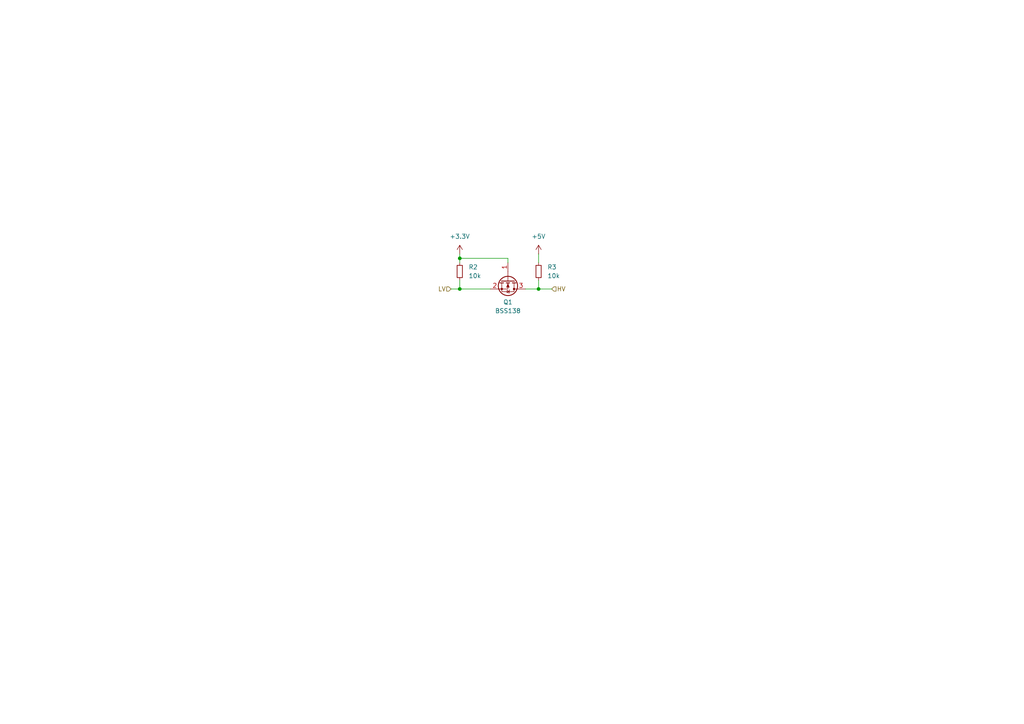
<source format=kicad_sch>
(kicad_sch (version 20231120) (generator "eeschema") (generator_version "8.0")
  (paper "A4")
  (lib_symbols
    (symbol "Device:R_Small" (pin_numbers hide) (pin_names (offset 0.254) hide)
      (property "Reference" "R" (at 0.762 0.508 0))
      (property "Value" "R_Small" (at 0.762 -1.016 0))
      (symbol "R_Small_0_1"
        (rectangle (start -0.762 1.778) (end 0.762 -1.778) (stroke (width 0.2032)))
      )
      (symbol "R_Small_1_1"
        (pin passive line (at 0 2.54 270) (length 0.762) (name "~") (number "1"))
        (pin passive line (at 0 -2.54 90) (length 0.762) (name "~") (number "2"))
      )
    )
    (symbol "Transistor_FET:BSS138" (pin_names hide)
      (property "Reference" "Q" (at 5.08 1.905 0))
      (property "Value" "BSS138" (at 5.08 0 0))
      (symbol "BSS138_0_1"
        (polyline (pts (xy 0.254 0) (xy -2.54 0)))
        (polyline (pts (xy 0.254 1.905) (xy 0.254 -1.905)) (stroke (width 0.254)))
        (polyline (pts (xy 0.762 -1.27) (xy 0.762 -2.286)) (stroke (width 0.254)))
        (polyline (pts (xy 0.762 0.508) (xy 0.762 -0.508)) (stroke (width 0.254)))
        (polyline (pts (xy 0.762 2.286) (xy 0.762 1.27)) (stroke (width 0.254)))
        (polyline (pts (xy 2.54 2.54) (xy 2.54 1.778)))
        (polyline (pts (xy 2.54 -2.54) (xy 2.54 0) (xy 0.762 0)))
        (polyline (pts (xy 0.762 -1.778) (xy 3.302 -1.778) (xy 3.302 1.778) (xy 0.762 1.778)))
        (polyline (pts (xy 1.016 0) (xy 2.032 0.381) (xy 2.032 -0.381) (xy 1.016 0)) (fill (type outline)))
        (polyline (pts (xy 2.794 0.508) (xy 2.921 0.381) (xy 3.683 0.381) (xy 3.81 0.254)))
        (polyline (pts (xy 3.302 0.381) (xy 2.921 -0.254) (xy 3.683 -0.254) (xy 3.302 0.381)))
        (circle (center 1.651 0) (radius 2.794) (stroke (width 0.254)))
        (circle (center 2.54 -1.778) (radius 0.254) (fill (type outline)))
        (circle (center 2.54 1.778) (radius 0.254) (fill (type outline)))
      )
      (symbol "BSS138_1_1"
        (pin input line (at -5.08 0 0) (length 2.54) (name "G") (number "1"))
        (pin passive line (at 2.54 -5.08 90) (length 2.54) (name "S") (number "2"))
        (pin passive line (at 2.54 5.08 270) (length 2.54) (name "D") (number "3"))
      )
    )
    (symbol "power:+3.3V" (power) (pin_numbers hide) (pin_names (offset 0) hide)
      (property "Value" "+3.3V" (at 0 3.556 0))
      (symbol "+3.3V_0_1"
        (polyline (pts (xy -0.762 1.27) (xy 0 2.54)))
        (polyline (pts (xy 0 0) (xy 0 2.54)))
        (polyline (pts (xy 0 2.54) (xy 0.762 1.27)))
      )
      (symbol "+3.3V_1_1"
        (pin power_in line (at 0 0 90) (length 0) (name "~") (number "1"))
      )
    )
    (symbol "power:+5V" (power) (pin_numbers hide) (pin_names (offset 0) hide)
      (property "Value" "+5V" (at 0 3.556 0))
      (symbol "+5V_0_1"
        (polyline (pts (xy -0.762 1.27) (xy 0 2.54)))
        (polyline (pts (xy 0 0) (xy 0 2.54)))
        (polyline (pts (xy 0 2.54) (xy 0.762 1.27)))
      )
      (symbol "+5V_1_1"
        (pin power_in line (at 0 0 90) (length 0) (name "~") (number "1"))
      )
    )
  )
  (junction (at 133.35 74.93))
  (junction (at 133.35 83.82))
  (junction (at 156.21 83.82))
  (wire (pts (xy 156.21 73.66) (xy 156.21 76.2)))
  (wire (pts (xy 133.35 83.82) (xy 133.35 81.28)))
  (wire (pts (xy 133.35 73.66) (xy 133.35 74.93)))
  (wire (pts (xy 147.32 76.2) (xy 147.32 74.93)))
  (wire (pts (xy 133.35 74.93) (xy 133.35 76.2)))
  (wire (pts (xy 152.4 83.82) (xy 156.21 83.82)))
  (wire (pts (xy 142.24 83.82) (xy 133.35 83.82)))
  (wire (pts (xy 156.21 83.82) (xy 160.02 83.82)))
  (wire (pts (xy 147.32 74.93) (xy 133.35 74.93)))
  (wire (pts (xy 156.21 83.82) (xy 156.21 81.28)))
  (wire (pts (xy 130.81 83.82) (xy 133.35 83.82)))
  (hierarchical_label "HV" (shape input) (at 160.02 83.82 0))
  (hierarchical_label "LV" (shape input) (at 130.81 83.82 180))
  (symbol (lib_id "power:+5V") (at 156.21 73.66 0) (unit 1)
    (property "Reference" "#PWR021" (effects (hide yes)))
    (property "Value" "+5V" (at 156.21 68.58 0))
    (property "Description" "Power symbol creates a global label with name \"+5V\"" (effects (hide yes)))
    (instances (project "00_BaseCanSTM32Board" (path "" (reference "#PWR021") (unit 1)) (path "" (reference "#PWR024") (unit 1))))
  )
  (symbol (lib_id "Device:R_Small") (at 156.21 78.74 0) (unit 1)
    (property "Reference" "R3" (at 158.75 77.47 0) (effects (justify left)))
    (property "Value" "10k" (at 158.75 80.01 0) (effects (justify left)))
    (property "Footprint" "Resistor_SMD:R_0805_2012Metric_Pad1.20x1.40mm_HandSolder" (effects (hide yes)))
    (property "Description" "Resistor, small symbol" (effects (hide yes)))
    (property "LCSC Part" "C17414" (effects (hide yes)))
    (instances (project "00_BaseCanSTM32Board" (path "" (reference "R3") (unit 1)) (path "" (reference "R5") (unit 1))))
  )
  (symbol (lib_id "Transistor_FET:BSS138") (at 147.32 81.28 270) (unit 1)
    (property "Reference" "Q1" (at 147.32 87.63 90))
    (property "Value" "BSS138" (at 147.32 90.17 90))
    (property "Footprint" "Package_TO_SOT_SMD:SOT-23" (effects (hide yes)))
    (property "Datasheet" "https://www.onsemi.com/pub/Collateral/BSS138-D.PDF" (effects (hide yes)))
    (property "Description" "50V Vds, 0.22A Id, N-Channel MOSFET, SOT-23" (effects (hide yes)))
    (property "LCSC Part" "C426569" (effects (hide yes)))
    (instances (project "00_BaseCanSTM32Board" (path "" (reference "Q1") (unit 1)) (path "" (reference "Q2") (unit 1))))
  )
  (symbol (lib_id "Device:R_Small") (at 133.35 78.74 0) (unit 1)
    (property "Reference" "R2" (at 135.89 77.47 0) (effects (justify left)))
    (property "Value" "10k" (at 135.89 80.01 0) (effects (justify left)))
    (property "Footprint" "Resistor_SMD:R_0805_2012Metric_Pad1.20x1.40mm_HandSolder" (effects (hide yes)))
    (property "Description" "Resistor, small symbol" (effects (hide yes)))
    (property "LCSC Part" "C17414" (effects (hide yes)))
    (instances (project "00_BaseCanSTM32Board" (path "" (reference "R2") (unit 1)) (path "" (reference "R4") (unit 1))))
  )
  (symbol (lib_id "power:+3.3V") (at 133.35 73.66 0) (unit 1)
    (property "Reference" "#PWR022" (effects (hide yes)))
    (property "Value" "+3.3V" (at 133.35 68.58 0))
    (property "Description" "Power symbol creates a global label with name \"+3.3V\"" (effects (hide yes)))
    (instances (project "00_BaseCanSTM32Board" (path "" (reference "#PWR022") (unit 1)) (path "" (reference "#PWR023") (unit 1))))
  )
)
</source>
